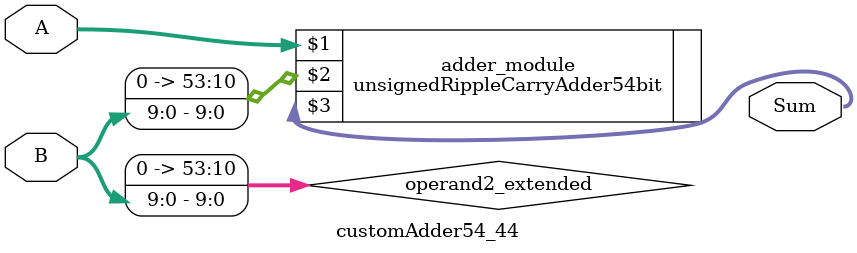
<source format=v>
module customAdder54_44(
                        input [53 : 0] A,
                        input [9 : 0] B,
                        
                        output [54 : 0] Sum
                );

        wire [53 : 0] operand2_extended;
        
        assign operand2_extended =  {44'b0, B};
        
        unsignedRippleCarryAdder54bit adder_module(
            A,
            operand2_extended,
            Sum
        );
        
        endmodule
        
</source>
